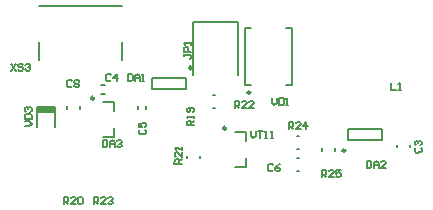
<source format=gto>
G04*
G04 #@! TF.GenerationSoftware,Altium Limited,Altium Designer,20.2.7 (254)*
G04*
G04 Layer_Color=65535*
%FSLAX44Y44*%
%MOMM*%
G71*
G04*
G04 #@! TF.SameCoordinates,A1B70DDC-6B92-404E-A971-D8F3348E60A3*
G04*
G04*
G04 #@! TF.FilePolarity,Positive*
G04*
G01*
G75*
%ADD10C,0.2500*%
%ADD11C,0.2000*%
%ADD12C,0.1500*%
%ADD13R,1.5500X0.5500*%
D10*
X176730Y183680D02*
G03*
X176730Y183680I-1250J0D01*
G01*
X93890Y157700D02*
G03*
X93890Y157700I-1250J0D01*
G01*
X226300Y162540D02*
G03*
X226300Y162540I-1250J0D01*
G01*
X205650Y132300D02*
G03*
X205650Y132300I-1250J0D01*
G01*
X306650Y113500D02*
G03*
X306650Y113500I-1250J0D01*
G01*
D11*
X70700Y148860D02*
Y150860D01*
X81700Y148860D02*
Y150860D01*
X177800Y222250D02*
X215900D01*
Y177800D02*
Y222250D01*
X177800Y177800D02*
Y222250D01*
X142980Y165180D02*
X171980D01*
X142980Y175180D02*
X171980D01*
X142980Y165180D02*
Y175180D01*
X171980Y165180D02*
Y175180D01*
X100100Y168600D02*
X103100D01*
X100100Y161600D02*
X103100D01*
X111140Y124700D02*
Y132700D01*
X101140Y124700D02*
X111140D01*
Y146700D02*
Y154700D01*
X101140D02*
X111140D01*
X194580Y149440D02*
X196580Y149440D01*
X194580Y160440D02*
X196580Y160440D01*
X131120Y148360D02*
Y151360D01*
X138120Y148360D02*
Y151360D01*
X45590Y150740D02*
X61090D01*
X45590Y133740D02*
Y150740D01*
X61090Y133740D02*
Y150740D01*
X172300Y106950D02*
Y108950D01*
X183300Y106950D02*
Y108950D01*
X256050Y217040D02*
X261300D01*
X256050Y169040D02*
X261300D01*
X221300Y217040D02*
X226550D01*
X221300Y169040D02*
X226550D01*
X261300D02*
Y217040D01*
X221300Y169040D02*
Y217040D01*
X222900Y99300D02*
Y107300D01*
X212900Y99300D02*
X222900D01*
Y121300D02*
Y129300D01*
X212900D02*
X222900D01*
X265700Y96100D02*
X267700D01*
X265700Y107100D02*
X267700D01*
X265700Y115150D02*
X267700D01*
X265700Y126150D02*
X267700D01*
X286600Y113300D02*
Y115300D01*
X297600Y113300D02*
Y115300D01*
X308900Y132000D02*
X337900D01*
X308900Y122000D02*
X337900D01*
Y132000D01*
X308900Y122000D02*
Y132000D01*
X350100Y116200D02*
Y118200D01*
X361100Y116200D02*
Y118200D01*
X47400Y190500D02*
Y205500D01*
Y235500D02*
X117400D01*
Y190500D02*
Y205500D01*
D12*
X75200Y172179D02*
X74201Y173179D01*
X72201D01*
X71202Y172179D01*
Y168181D01*
X72201Y167181D01*
X74201D01*
X75200Y168181D01*
X77200Y172179D02*
X78199Y173179D01*
X80199D01*
X81198Y172179D01*
Y171180D01*
X80199Y170180D01*
X81198Y169180D01*
Y168181D01*
X80199Y167181D01*
X78199D01*
X77200Y168181D01*
Y169180D01*
X78199Y170180D01*
X77200Y171180D01*
Y172179D01*
X78199Y170180D02*
X80199D01*
X101223Y122379D02*
Y116381D01*
X104222D01*
X105221Y117381D01*
Y121379D01*
X104222Y122379D01*
X101223D01*
X107221Y116381D02*
Y120380D01*
X109220Y122379D01*
X111219Y120380D01*
Y116381D01*
Y119380D01*
X107221D01*
X113219Y121379D02*
X114218Y122379D01*
X116218D01*
X117217Y121379D01*
Y120380D01*
X116218Y119380D01*
X115218D01*
X116218D01*
X117217Y118380D01*
Y117381D01*
X116218Y116381D01*
X114218D01*
X113219Y117381D01*
X35198Y134207D02*
X39196Y134255D01*
X41171Y136278D01*
X39148Y138254D01*
X35149Y138205D01*
X35125Y140205D02*
X41123Y140277D01*
X41087Y143276D01*
X40075Y144263D01*
X36077Y144215D01*
X35089Y143203D01*
X35125Y140205D01*
X36053Y146214D02*
X35041Y147202D01*
X35017Y149201D01*
X36005Y150213D01*
X37004Y150225D01*
X38016Y149237D01*
X38028Y148238D01*
X38016Y149237D01*
X39003Y150249D01*
X40003Y150261D01*
X41014Y149273D01*
X41039Y147274D01*
X40051Y146263D01*
X23753Y187149D02*
X27751Y181151D01*
Y187149D02*
X23753Y181151D01*
X33749Y186149D02*
X32750Y187149D01*
X30750D01*
X29751Y186149D01*
Y185150D01*
X30750Y184150D01*
X32750D01*
X33749Y183150D01*
Y182151D01*
X32750Y181151D01*
X30750D01*
X29751Y182151D01*
X35749Y186149D02*
X36748Y187149D01*
X38748D01*
X39747Y186149D01*
Y185150D01*
X38748Y184150D01*
X37748D01*
X38748D01*
X39747Y183150D01*
Y182151D01*
X38748Y181151D01*
X36748D01*
X35749Y182151D01*
X226723Y129999D02*
Y126000D01*
X228722Y124001D01*
X230722Y126000D01*
Y129999D01*
X232721D02*
X236720D01*
X234720D01*
Y124001D01*
X238719D02*
X240719D01*
X239719D01*
Y129999D01*
X238719Y128999D01*
X243718Y124001D02*
X245717D01*
X244717D01*
Y129999D01*
X243718Y128999D01*
X244462Y157939D02*
Y153940D01*
X246462Y151941D01*
X248461Y153940D01*
Y157939D01*
X250460D02*
Y151941D01*
X253459D01*
X254459Y152941D01*
Y156939D01*
X253459Y157939D01*
X250460D01*
X256458Y151941D02*
X258458D01*
X257458D01*
Y157939D01*
X256458Y156939D01*
X286643Y90981D02*
Y96979D01*
X289642D01*
X290641Y95979D01*
Y93980D01*
X289642Y92980D01*
X286643D01*
X288642D02*
X290641Y90981D01*
X296639D02*
X292641D01*
X296639Y94980D01*
Y95979D01*
X295640Y96979D01*
X293640D01*
X292641Y95979D01*
X302637Y96979D02*
X298639D01*
Y93980D01*
X300638Y94980D01*
X301638D01*
X302637Y93980D01*
Y91981D01*
X301638Y90981D01*
X299638D01*
X298639Y91981D01*
X258703Y131621D02*
Y137619D01*
X261702D01*
X262701Y136619D01*
Y134620D01*
X261702Y133620D01*
X258703D01*
X260702D02*
X262701Y131621D01*
X268699D02*
X264701D01*
X268699Y135620D01*
Y136619D01*
X267700Y137619D01*
X265700D01*
X264701Y136619D01*
X273698Y131621D02*
Y137619D01*
X270699Y134620D01*
X274697D01*
X93603Y68121D02*
Y74119D01*
X96602D01*
X97601Y73119D01*
Y71120D01*
X96602Y70120D01*
X93603D01*
X95602D02*
X97601Y68121D01*
X103599D02*
X99601D01*
X103599Y72120D01*
Y73119D01*
X102600Y74119D01*
X100600D01*
X99601Y73119D01*
X105599D02*
X106598Y74119D01*
X108598D01*
X109597Y73119D01*
Y72120D01*
X108598Y71120D01*
X107598D01*
X108598D01*
X109597Y70120D01*
Y69121D01*
X108598Y68121D01*
X106598D01*
X105599Y69121D01*
X212983Y149401D02*
Y155399D01*
X215982D01*
X216981Y154399D01*
Y152400D01*
X215982Y151400D01*
X212983D01*
X214982D02*
X216981Y149401D01*
X222979D02*
X218981D01*
X222979Y153400D01*
Y154399D01*
X221980Y155399D01*
X219980D01*
X218981Y154399D01*
X228977Y149401D02*
X224979D01*
X228977Y153400D01*
Y154399D01*
X227978Y155399D01*
X225978D01*
X224979Y154399D01*
X168002Y102181D02*
X162004Y102264D01*
X162046Y105263D01*
X163059Y106249D01*
X165058Y106221D01*
X166044Y105208D01*
X166003Y102209D01*
X166030Y104208D02*
X168057Y106180D01*
X168140Y112177D02*
X168085Y108179D01*
X164142Y112233D01*
X163142Y112246D01*
X162129Y111261D01*
X162101Y109262D01*
X163087Y108248D01*
X168168Y114176D02*
X168196Y116176D01*
X168182Y115176D01*
X162184Y115259D01*
X163170Y114246D01*
X68203Y68121D02*
Y74119D01*
X71202D01*
X72201Y73119D01*
Y71120D01*
X71202Y70120D01*
X68203D01*
X70202D02*
X72201Y68121D01*
X78199D02*
X74201D01*
X78199Y72120D01*
Y73119D01*
X77200Y74119D01*
X75200D01*
X74201Y73119D01*
X80199D02*
X81198Y74119D01*
X83198D01*
X84197Y73119D01*
Y69121D01*
X83198Y68121D01*
X81198D01*
X80199Y69121D01*
Y73119D01*
X178210Y134723D02*
X172212Y134762D01*
X172232Y137761D01*
X173238Y138754D01*
X175237Y138741D01*
X176230Y137735D01*
X176211Y134736D01*
X176224Y136735D02*
X178236Y138722D01*
X178249Y140721D02*
X178262Y142720D01*
X178256Y141721D01*
X172258Y141760D01*
X173251Y140754D01*
X177282Y145726D02*
X178288Y146719D01*
X178302Y148718D01*
X177308Y149724D01*
X173310Y149750D01*
X172304Y148757D01*
X172290Y146758D01*
X173284Y145752D01*
X174283Y145745D01*
X175289Y146738D01*
X175309Y149737D01*
X345641Y170639D02*
Y164641D01*
X349640D01*
X351639D02*
X353639D01*
X352639D01*
Y170639D01*
X351639Y169639D01*
X169721Y195121D02*
Y193122D01*
Y194121D01*
X174719D01*
X175719Y193122D01*
Y192122D01*
X174719Y191122D01*
X175719Y197120D02*
X169721D01*
Y200119D01*
X170721Y201119D01*
X172720D01*
X173720Y200119D01*
Y197120D01*
X175719Y203118D02*
Y205118D01*
Y204118D01*
X169721D01*
X170721Y203118D01*
X324743Y104599D02*
Y98601D01*
X327742D01*
X328741Y99601D01*
Y103599D01*
X327742Y104599D01*
X324743D01*
X330741Y98601D02*
Y102600D01*
X332740Y104599D01*
X334739Y102600D01*
Y98601D01*
Y101600D01*
X330741D01*
X340737Y98601D02*
X336739D01*
X340737Y102600D01*
Y103599D01*
X339738Y104599D01*
X337738D01*
X336739Y103599D01*
X122542Y178259D02*
Y172261D01*
X125541D01*
X126541Y173261D01*
Y177259D01*
X125541Y178259D01*
X122542D01*
X128540Y172261D02*
Y176260D01*
X130540Y178259D01*
X132539Y176260D01*
Y172261D01*
Y175260D01*
X128540D01*
X134538Y172261D02*
X136538D01*
X135538D01*
Y178259D01*
X134538Y177259D01*
X245380Y101059D02*
X244381Y102059D01*
X242381D01*
X241382Y101059D01*
Y97061D01*
X242381Y96061D01*
X244381D01*
X245380Y97061D01*
X251378Y102059D02*
X249379Y101059D01*
X247380Y99060D01*
Y97061D01*
X248379Y96061D01*
X250379D01*
X251378Y97061D01*
Y98060D01*
X250379Y99060D01*
X247380D01*
X132621Y131080D02*
X131621Y130081D01*
Y128081D01*
X132621Y127082D01*
X136619D01*
X137619Y128081D01*
Y130081D01*
X136619Y131080D01*
X131621Y137078D02*
Y133080D01*
X134620D01*
X133620Y135079D01*
Y136079D01*
X134620Y137078D01*
X136619D01*
X137619Y136079D01*
Y134079D01*
X136619Y133080D01*
X108220Y177259D02*
X107221Y178259D01*
X105221D01*
X104222Y177259D01*
Y173261D01*
X105221Y172261D01*
X107221D01*
X108220Y173261D01*
X113219Y172261D02*
Y178259D01*
X110220Y175260D01*
X114218D01*
X366313Y115817D02*
X365325Y114805D01*
X365349Y112806D01*
X366360Y111818D01*
X370359Y111866D01*
X371346Y112877D01*
X371323Y114876D01*
X370311Y115864D01*
X366289Y117816D02*
X365277Y118804D01*
X365254Y120803D01*
X366241Y121814D01*
X367241Y121826D01*
X368253Y120838D01*
X368264Y119839D01*
X368253Y120838D01*
X369240Y121850D01*
X370240Y121862D01*
X371251Y120874D01*
X371275Y118875D01*
X370287Y117863D01*
D13*
X53340Y147990D02*
D03*
M02*

</source>
